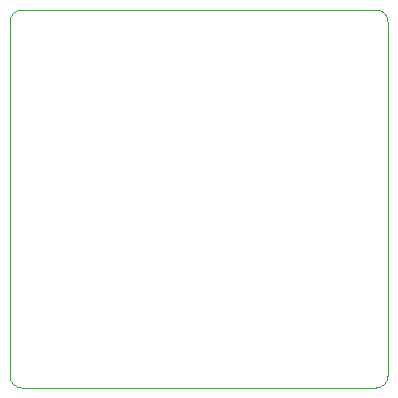
<source format=gbr>
%TF.GenerationSoftware,KiCad,Pcbnew,(5.99.0-3309-g5424d6fa0)*%
%TF.CreationDate,2020-10-07T16:53:39+02:00*%
%TF.ProjectId,ehz-adapter-v2,65687a2d-6164-4617-9074-65722d76322e,rev?*%
%TF.SameCoordinates,Original*%
%TF.FileFunction,Profile,NP*%
%FSLAX46Y46*%
G04 Gerber Fmt 4.6, Leading zero omitted, Abs format (unit mm)*
G04 Created by KiCad (PCBNEW (5.99.0-3309-g5424d6fa0)) date 2020-10-07 16:53:39*
%MOMM*%
%LPD*%
G01*
G04 APERTURE LIST*
%TA.AperFunction,Profile*%
%ADD10C,0.100000*%
%TD*%
G04 APERTURE END LIST*
D10*
X40000000Y-39000000D02*
G75*
G03*
X39000000Y-40000000I0J-1000000D01*
G01*
X40000000Y-39000000D02*
X70000000Y-39000000D01*
X71000000Y-40000000D02*
X71000000Y-70000000D01*
X39000000Y-70000000D02*
X39000000Y-40000000D01*
X71000000Y-40000000D02*
G75*
G03*
X70000000Y-39000000I-1000000J0D01*
G01*
X39000000Y-70000000D02*
G75*
G03*
X40000000Y-71000000I1000000J0D01*
G01*
X70000000Y-71000000D02*
X40000000Y-71000000D01*
X70000000Y-71000000D02*
G75*
G03*
X71000000Y-70000000I0J1000000D01*
G01*
M02*

</source>
